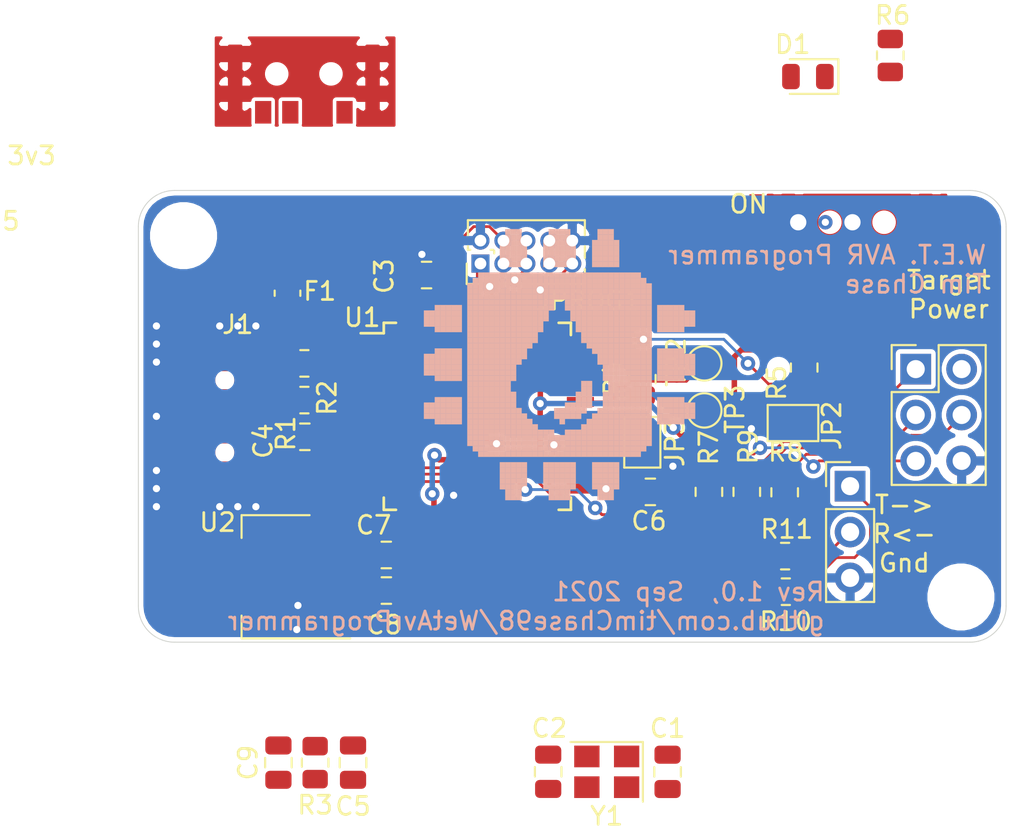
<source format=kicad_pcb>
(kicad_pcb (version 20171130) (host pcbnew "(5.1.10-1-10_14)")
  (layers (0 F.Cu signal) (31 B.Cu signal) (34 B.Paste user) (35 F.Paste user) (36 B.SilkS user hide) (37 F.SilkS user) (38 B.Mask user) (39 F.Mask user) (44 Edge.Cuts user))
  (net 0 "")
  (net 1 GND)
  (net 2 "Net-(C4-Pad1)")
  (net 3 VCC)
  (net 4 VBUS)
  (net 5 +3V3)
  (net 6 "Net-(D1-Pad1)")
  (net 7 "Net-(F1-Pad2)")
  (net 8 /DutRst)
  (net 9 "Net-(J2-Pad4)")
  (net 10 "Net-(J2-Pad3)")
  (net 11 /VProg)
  (net 12 "Net-(J2-Pad1)")
  (net 13 "Net-(JP2-Pad1)")
  (net 14 "Net-(JP3-Pad1)")
  (net 15 /MISO)
  (net 16 /SCK)
  (net 17 /RstP)
  (net 18 /MOSI)
  (net 19 "Net-(R4-Pad2)")
  (net 20 /DutClk)
  (net 21 "Net-(R6-Pad2)")
  (net 22 "Net-(TP2-Pad1)")
  (net 23 "Net-(J1-Pad4)")
  (net 24 "Net-(U1-Pad41)")
  (net 25 "Net-(U1-Pad40)")
  (net 26 "Net-(U1-Pad27)")
  (net 27 "Net-(U1-Pad26)")
  (net 28 "Net-(U1-Pad22)")
  (net 29 "Net-(U1-Pad19)")
  (net 30 "Net-(U1-Pad18)")
  (net 31 "Net-(U1-Pad12)")
  (net 32 "Net-(U1-Pad8)")
  (net 33 "Net-(R10-Pad2)")
  (net 34 /TXO)
  (net 35 "Net-(R11-Pad2)")
  (net 36 /RXI)
  (net 37 /Xtal1)
  (net 38 /Xtal2)
  (net 39 /TDI)
  (net 40 "Net-(JPROG1-Pad8)")
  (net 41 "Net-(JPROG1-Pad7)")
  (net 42 /TMS)
  (net 43 /TDO)
  (net 44 /TCK)
  (net 45 "Net-(SW2-Pad1)")
  (net 46 /D+)
  (net 47 /D-)
  (net 48 /UD+)
  (net 49 /UD-)
  (module Capacitor_SMD:C_0805_2012Metric (layer F.Cu) (at 7.747 6.6675 90)
    (fp_text reference C9 (at 0 -1.68 90) (layer F.SilkS))
    (fp_text value 100nF)
    (pad 1 smd roundrect (at -0.95 0 90) (size 1 1.45) (layers F.Cu F.Paste F.Mask) (net 1 GND))
    (pad 2 smd roundrect (at 0.95 0 90) (size 1 1.45) (layers F.Cu F.Paste F.Mask) (net 17 /RstP))
  )
  (module Capacitor_SMD:C_0805_2012Metric (layer F.Cu) (at 22.6695 7.173 270)
    (fp_text reference C2 (at -2.4105 -0.0635) (layer F.SilkS))
    (fp_text value 18pF)
    (pad 2 smd roundrect (at 0.95 0 270) (size 1 1.45) (layers F.Cu F.Paste F.Mask) (net 38 /Xtal2))
    (pad 1 smd roundrect (at -0.95 0 270) (size 1 1.45) (layers F.Cu F.Paste F.Mask) (net 1 GND))
  )
  (module Crystal:Crystal_SMD_3225-4Pin_3.2x2.5mm (layer F.Cu) (at 25.908 7.1755 180)
    (fp_text reference Y1 (at 0 -2.45) (layer F.SilkS))
    (fp_text value 16MHz)
    (pad 4 smd rect (at -1.1 -0.85 180) (size 1.4 1.2) (layers F.Cu F.Paste F.Mask) (net 1 GND))
    (pad 3 smd rect (at 1.1 -0.85 180) (size 1.4 1.2) (layers F.Cu F.Paste F.Mask) (net 38 /Xtal2))
    (pad 2 smd rect (at 1.1 0.85 180) (size 1.4 1.2) (layers F.Cu F.Paste F.Mask) (net 1 GND))
    (pad 1 smd rect (at -1.1 0.85 180) (size 1.4 1.2) (layers F.Cu F.Paste F.Mask) (net 37 /Xtal1))
  )
  (module Resistor_SMD:R_0805_2012Metric (layer F.Cu) (at 35.814 -2.794 180)
    (fp_text reference R10 (at 0 -1.65) (layer F.SilkS))
    (fp_text value 330)
    (pad 2 smd roundrect (at 0.9125 0 180) (size 1.025 1.4) (layers F.Cu F.Paste F.Mask) (roundrect_rratio 0.2439014634146341) (net 33 "Net-(R10-Pad2)"))
    (pad 1 smd roundrect (at -0.9125 0 180) (size 1.025 1.4) (layers F.Cu F.Paste F.Mask) (roundrect_rratio 0.2439014634146341) (net 34 /TXO))
  )
  (module Resistor_SMD:R_0805_2012Metric (layer F.Cu) (at 35.774 -4.7625 180)
    (fp_text reference R11 (at -0.0908 1.4859) (layer F.SilkS))
    (fp_text value 330)
    (pad 2 smd roundrect (at 0.9125 0 180) (size 1.025 1.4) (layers F.Cu F.Paste F.Mask) (roundrect_rratio 0.2439014634146341) (net 35 "Net-(R11-Pad2)"))
    (pad 1 smd roundrect (at -0.9125 0 180) (size 1.025 1.4) (layers F.Cu F.Paste F.Mask) (roundrect_rratio 0.2439014634146341) (net 36 /RXI))
  )
  (module Capacitor_SMD:C_0805_2012Metric (layer F.Cu) (at 11.8745 6.6675 90)
    (fp_text reference C5 (at -2.413 0 180) (layer F.SilkS))
    (fp_text value 100nF)
    (pad 2 smd roundrect (at 0.95 0 90) (size 1 1.45) (layers F.Cu F.Paste F.Mask) (net 3 VCC))
    (pad 1 smd roundrect (at -0.95 0 90) (size 1 1.45) (layers F.Cu F.Paste F.Mask) (net 1 GND))
  )
  (module Capacitor_SMD:C_0805_2012Metric (layer F.Cu) (at 29.2735 7.178 90)
    (fp_text reference C1 (at 2.4105 0) (layer F.SilkS))
    (fp_text value 18pF)
    (pad 2 smd roundrect (at 0.95 0 90) (size 1 1.45) (layers F.Cu F.Paste F.Mask) (net 37 /Xtal1))
    (pad 1 smd roundrect (at -0.95 0 90) (size 1 1.45) (layers F.Cu F.Paste F.Mask) (net 1 GND))
  )
  (module Package_TO_SOT_SMD:SOT-223-3_TabPin2 (layer F.Cu) (at 7.62 -3.6195 180)
    (fp_text reference U2 (at 3.2385 3.0105) (layer F.SilkS))
    (fp_text value TLV1117-33)
    (pad 1 smd rect (at -3.15 -2.3 180) (size 2 1.5) (layers F.Cu F.Paste F.Mask) (net 1 GND))
    (pad 3 smd rect (at -3.15 2.3 180) (size 2 1.5) (layers F.Cu F.Paste F.Mask) (net 4 VBUS))
    (pad 2 smd rect (at -3.15 0 180) (size 2 1.5) (layers F.Cu F.Paste F.Mask) (net 5 +3V3))
    (pad 2 smd rect (at 3.15 0 180) (size 2 3.8) (layers F.Cu F.Paste F.Mask) (net 5 +3V3))
  )
  (module tmc:388Switch (layer F.Cu) (at 9.154 -31.453)
    (fp_text reference SW1 hide)
    (fp_text value SW_SPDT)
    (pad 3 smd rect (at 2.25 2.125) (size 0.9 1.25) (layers F.Cu F.Paste F.Mask) (net 5 +3V3))
    (pad 2 smd rect (at -0.75 2.125) (size 0.9 1.25) (layers F.Cu F.Paste F.Mask) (net 3 VCC))
    (pad 1 smd rect (at -2.25 2.125) (size 0.9 1.25) (layers F.Cu F.Paste F.Mask) (net 4 VBUS))
    (pad 6 smd rect (at -3.8 -1.1) (size 0.8 0.9) (layers F.Cu F.Paste F.Mask) (net 1 GND))
    (pad 6 smd rect (at 3.8 -1.1) (size 0.8 0.9) (layers F.Cu F.Paste F.Mask) (net 1 GND))
    (pad 6 smd rect (at 3.8 1.1) (size 0.8 0.9) (layers F.Cu F.Paste F.Mask) (net 1 GND))
    (pad 6 smd rect (at -3.8 1.1) (size 0.8 0.9) (layers F.Cu F.Paste F.Mask) (net 1 GND))
    (pad "" np_thru_hole circle (at 1.5 0) (size 0.9 0.9) (drill 0.9) (layers *.Cu *.Mask))
    (pad "" np_thru_hole circle (at -1.5 0) (size 0.9 0.9) (drill 0.9) (layers *.Cu *.Mask))
  )
  (module LED_SMD:LED_0805_2012Metric (layer F.Cu) (at 37.0355 -31.3055 180)
    (fp_text reference D1 (at 0.8405 1.778) (layer F.SilkS))
    (fp_text value LED)
    (pad 2 smd roundrect (at 0.9375 0 180) (size 0.975 1.4) (layers F.Cu F.Paste F.Mask) (net 5 +3V3))
    (pad 1 smd roundrect (at -0.9375 0 180) (size 0.975 1.4) (layers F.Cu F.Paste F.Mask) (net 6 "Net-(D1-Pad1)"))
  )
  (module Capacitor_SMD:C_0805_2012Metric (layer F.Cu) (at 13.7185 -2.8575)
    (fp_text reference C8 (at -0.1295 1.905 180) (layer F.SilkS))
    (fp_text value 10uF)
    (pad 2 smd roundrect (at 0.95 0) (size 1 1.45) (layers F.Cu F.Paste F.Mask) (net 1 GND))
    (pad 1 smd roundrect (at -0.95 0) (size 1 1.45) (layers F.Cu F.Paste F.Mask) (net 5 +3V3))
  )
  (module Capacitor_SMD:C_0805_2012Metric (layer F.Cu) (at 13.7135 -4.826)
    (fp_text reference C7 (at -0.696 -1.651 180) (layer F.SilkS))
    (fp_text value 10uF)
    (pad 2 smd roundrect (at 0.95 0) (size 1 1.45) (layers F.Cu F.Paste F.Mask) (net 1 GND))
    (pad 1 smd roundrect (at -0.95 0) (size 1 1.45) (layers F.Cu F.Paste F.Mask) (net 4 VBUS))
  )
  (module Capacitor_SMD:C_0805_2012Metric (layer F.Cu) (at 15.941 -20.32)
    (fp_text reference C3 (at -2.347 0.0635 -270) (layer F.SilkS))
    (fp_text value 100nF)
    (pad 2 smd roundrect (at 0.95 0) (size 1 1.45) (layers F.Cu F.Paste F.Mask) (net 3 VCC))
    (pad 1 smd roundrect (at -0.95 0) (size 1 1.45) (layers F.Cu F.Paste F.Mask) (net 1 GND))
  )
  (module 388:usbMicro (layer F.Cu) (at 5.5 -12.5 270)
    (fp_text reference J1 (at -5.08 0 180) (layer F.SilkS))
    (fp_text value USB_B_Micro)
    (pad 3 smd rect (at 0 0) (size 1.8 0.4) (layers F.Cu F.Paste F.Mask) (net 46 /D+))
    (pad 2 smd rect (at -0.65 0) (size 1.8 0.4) (layers F.Cu F.Paste F.Mask) (net 47 /D-))
    (pad 1 smd rect (at -1.3 0) (size 1.8 0.4) (layers F.Cu F.Paste F.Mask) (net 7 "Net-(F1-Pad2)"))
    (pad 4 smd rect (at 0.65 0) (size 1.8 0.4) (layers F.Cu F.Paste F.Mask) (net 23 "Net-(J1-Pad4)"))
    (pad 5 smd rect (at 1.3 0) (size 1.8 0.4) (layers F.Cu F.Paste F.Mask) (net 1 GND))
    (pad "" np_thru_hole circle (at -2 0.72) (size 0.55 0.55) (drill 0.55) (layers *.Cu *.Mask))
    (pad "" np_thru_hole circle (at 2 0.72) (size 0.55 0.55) (drill 0.55) (layers *.Cu *.Mask))
    (pad 6 smd rect (at 3.25 0.1905 90) (size 1.5 1.4) (layers F.Cu F.Paste F.Mask) (net 1 GND))
    (pad 6 smd rect (at -3.25 0.1905 90) (size 1.5 1.4) (layers F.Cu F.Paste F.Mask) (net 1 GND))
    (pad 6 smd rect (at 4.075 2.87 90) (size 1.35 1.5) (layers F.Cu F.Paste F.Mask) (net 1 GND))
    (pad 6 smd rect (at -4.075 2.87 90) (size 1.35 1.5) (layers F.Cu F.Paste F.Mask) (net 1 GND))
    (pad 6 smd rect (at -1.5 4.0405) (size 1.1 1) (layers F.Cu F.Paste F.Mask) (net 1 GND))
    (pad 6 smd rect (at 1.5 4.0405) (size 1.1 1) (layers F.Cu F.Paste F.Mask) (net 1 GND))
  )
  (module Connector_PinHeader_2.54mm:PinHeader_1x03_P2.54mm_Vertical (layer F.Cu) (at 39.37 -8.636)
    (fp_text reference J3 hide)
    (fp_text value Conn_01x03_Male)
    (pad 3 thru_hole oval (at 0 5.08) (size 1.7 1.7) (drill 1) (layers *.Cu *.Mask) (net 1 GND))
    (pad 2 thru_hole oval (at 0 2.54) (size 1.7 1.7) (drill 1) (layers *.Cu *.Mask) (net 36 /RXI))
    (pad 1 thru_hole rect (at 0 0) (size 1.7 1.7) (drill 1) (layers *.Cu *.Mask) (net 34 /TXO))
  )
  (module tmc:388Switch (layer F.Cu) (at 38 -23.241)
    (fp_text reference SW2 hide)
    (fp_text value SW_SPDT)
    (pad 3 smd rect (at 2.25 2.125) (size 0.9 1.25) (layers F.Cu F.Paste F.Mask) (net 11 /VProg))
    (pad 2 smd rect (at -0.75 2.125) (size 0.9 1.25) (layers F.Cu F.Paste F.Mask) (net 3 VCC))
    (pad 1 smd rect (at -2.25 2.125) (size 0.9 1.25) (layers F.Cu F.Paste F.Mask) (net 45 "Net-(SW2-Pad1)"))
    (pad 6 smd rect (at -3.8 -1.1) (size 0.8 0.9) (layers F.Cu F.Paste F.Mask) (net 1 GND))
    (pad 6 smd rect (at 3.8 -1.1) (size 0.8 0.9) (layers F.Cu F.Paste F.Mask) (net 1 GND))
    (pad 6 smd rect (at 3.8 1.1) (size 0.8 0.9) (layers F.Cu F.Paste F.Mask) (net 1 GND))
    (pad 6 smd rect (at -3.8 1.1) (size 0.8 0.9) (layers F.Cu F.Paste F.Mask) (net 1 GND))
    (pad "" np_thru_hole circle (at 1.5 0) (size 0.9 0.9) (drill 0.9) (layers *.Cu *.Mask))
    (pad "" np_thru_hole circle (at -1.5 0) (size 0.9 0.9) (drill 0.9) (layers *.Cu *.Mask))
  )
  (module MountingHole:MountingHole_3.2mm_M3 (layer F.Cu) (at 2.5 -22.5)
    (fp_text reference H2 hide)
    (fp_text value MountingHole)
    (pad 1 np_thru_hole circle (at 0 0) (size 3.2 3.2) (drill 3.2) (layers *.Cu *.Mask))
  )
  (module MountingHole:MountingHole_3.2mm_M3 (layer F.Cu) (at 45.5 -2.5)
    (fp_text reference H1 hide)
    (fp_text value MountingHole)
    (pad 1 np_thru_hole circle (at 0 0) (size 3.2 3.2) (drill 3.2) (layers *.Cu *.Mask))
  )
  (module Fiducial:Fiducial_1mm_Mask2mm (layer F.Cu) (at 46 -23)
    (fp_text reference FID2 hide)
    (fp_text value Fiducial)
    (pad "" smd circle (at 0 0) (size 1 1) (layers F.Cu F.Mask) (clearance 0.5))
  )
  (module Fiducial:Fiducial_1mm_Mask2mm (layer F.Cu) (at 2 -2)
    (fp_text reference FID1 hide)
    (fp_text value Fiducial)
    (pad "" smd circle (at 0 0) (size 1 1) (layers F.Cu F.Mask) (clearance 0.5))
  )
  (module tmc:wetLogo (layer B.Cu) (at 30.7975 -22.86 180)
    (fp_text reference wet hide)
    (fp_text value Val** hide)
  )
  (module Fuse:Fuse_0805_2012Metric_Castellated (layer F.Cu) (at 8.25 -19.314 270)
    (fp_text reference F1 (at -0.109 -1.783 180) (layer F.SilkS))
    (fp_text value 500mA)
    (pad 2 smd roundrect (at 0.9625 0 270) (size 1.325 1.3) (layers F.Cu F.Paste F.Mask) (roundrect_rratio 0.1923069230769231) (net 7 "Net-(F1-Pad2)"))
    (pad 1 smd roundrect (at -0.9625 0 270) (size 1.325 1.3) (layers F.Cu F.Paste F.Mask) (roundrect_rratio 0.1923069230769231) (net 4 VBUS))
  )
  (module Package_QFP:TQFP-44_10x10mm_P0.8mm (layer F.Cu) (at 18.75 -12.5)
    (fp_text reference U1 (at -6.3675 -5.4705) (layer F.SilkS))
    (fp_text value ATmega32U4-AU)
    (pad 1 smd rect (at -5.7 -4) (size 1.5 0.55) (layers F.Cu F.Paste F.Mask) (net 8 /DutRst))
    (pad 2 smd rect (at -5.7 -3.2) (size 1.5 0.55) (layers F.Cu F.Paste F.Mask) (net 4 VBUS))
    (pad 3 smd rect (at -5.7 -2.4) (size 1.5 0.55) (layers F.Cu F.Paste F.Mask) (net 49 /UD-))
    (pad 4 smd rect (at -5.7 -1.6) (size 1.5 0.55) (layers F.Cu F.Paste F.Mask) (net 48 /UD+))
    (pad 5 smd rect (at -5.7 -0.8) (size 1.5 0.55) (layers F.Cu F.Paste F.Mask) (net 1 GND))
    (pad 6 smd rect (at -5.7 0) (size 1.5 0.55) (layers F.Cu F.Paste F.Mask) (net 2 "Net-(C4-Pad1)"))
    (pad 7 smd rect (at -5.7 0.8) (size 1.5 0.55) (layers F.Cu F.Paste F.Mask) (net 4 VBUS))
    (pad 8 smd rect (at -5.7 1.6) (size 1.5 0.55) (layers F.Cu F.Paste F.Mask) (net 32 "Net-(U1-Pad8)"))
    (pad 9 smd rect (at -5.7 2.4) (size 1.5 0.55) (layers F.Cu F.Paste F.Mask) (net 16 /SCK))
    (pad 10 smd rect (at -5.7 3.2) (size 1.5 0.55) (layers F.Cu F.Paste F.Mask) (net 18 /MOSI))
    (pad 11 smd rect (at -5.7 4) (size 1.5 0.55) (layers F.Cu F.Paste F.Mask) (net 15 /MISO))
    (pad 12 smd rect (at -4 5.7 90) (size 1.5 0.55) (layers F.Cu F.Paste F.Mask) (net 31 "Net-(U1-Pad12)"))
    (pad 13 smd rect (at -3.2 5.7 90) (size 1.5 0.55) (layers F.Cu F.Paste F.Mask) (net 17 /RstP))
    (pad 14 smd rect (at -2.4 5.7 90) (size 1.5 0.55) (layers F.Cu F.Paste F.Mask) (net 3 VCC))
    (pad 15 smd rect (at -1.6 5.7 90) (size 1.5 0.55) (layers F.Cu F.Paste F.Mask) (net 1 GND))
    (pad 16 smd rect (at -0.8 5.7 90) (size 1.5 0.55) (layers F.Cu F.Paste F.Mask) (net 38 /Xtal2))
    (pad 17 smd rect (at 0 5.7 90) (size 1.5 0.55) (layers F.Cu F.Paste F.Mask) (net 37 /Xtal1))
    (pad 18 smd rect (at 0.8 5.7 90) (size 1.5 0.55) (layers F.Cu F.Paste F.Mask) (net 30 "Net-(U1-Pad18)"))
    (pad 19 smd rect (at 1.6 5.7 90) (size 1.5 0.55) (layers F.Cu F.Paste F.Mask) (net 29 "Net-(U1-Pad19)"))
    (pad 20 smd rect (at 2.4 5.7 90) (size 1.5 0.55) (layers F.Cu F.Paste F.Mask) (net 33 "Net-(R10-Pad2)"))
    (pad 21 smd rect (at 3.2 5.7 90) (size 1.5 0.55) (layers F.Cu F.Paste F.Mask) (net 35 "Net-(R11-Pad2)"))
    (pad 22 smd rect (at 4 5.7 90) (size 1.5 0.55) (layers F.Cu F.Paste F.Mask) (net 28 "Net-(U1-Pad22)"))
    (pad 23 smd rect (at 5.7 4) (size 1.5 0.55) (layers F.Cu F.Paste F.Mask) (net 1 GND))
    (pad 24 smd rect (at 5.7 3.2) (size 1.5 0.55) (layers F.Cu F.Paste F.Mask) (net 3 VCC))
    (pad 25 smd rect (at 5.7 2.4) (size 1.5 0.55) (layers F.Cu F.Paste F.Mask) (net 8 /DutRst))
    (pad 26 smd rect (at 5.7 1.6) (size 1.5 0.55) (layers F.Cu F.Paste F.Mask) (net 27 "Net-(U1-Pad26)"))
    (pad 27 smd rect (at 5.7 0.8) (size 1.5 0.55) (layers F.Cu F.Paste F.Mask) (net 26 "Net-(U1-Pad27)"))
    (pad 28 smd rect (at 5.7 0) (size 1.5 0.55) (layers F.Cu F.Paste F.Mask) (net 14 "Net-(JP3-Pad1)"))
    (pad 29 smd rect (at 5.7 -0.8) (size 1.5 0.55) (layers F.Cu F.Paste F.Mask) (net 20 /DutClk))
    (pad 30 smd rect (at 5.7 -1.6) (size 1.5 0.55) (layers F.Cu F.Paste F.Mask) (net 22 "Net-(TP2-Pad1)"))
    (pad 31 smd rect (at 5.7 -2.4) (size 1.5 0.55) (layers F.Cu F.Paste F.Mask) (net 21 "Net-(R6-Pad2)"))
    (pad 32 smd rect (at 5.7 -3.2) (size 1.5 0.55) (layers F.Cu F.Paste F.Mask) (net 19 "Net-(R4-Pad2)"))
    (pad 33 smd rect (at 5.7 -4) (size 1.5 0.55) (layers F.Cu F.Paste F.Mask) (net 13 "Net-(JP2-Pad1)"))
    (pad 34 smd rect (at 4 -5.7 90) (size 1.5 0.55) (layers F.Cu F.Paste F.Mask) (net 3 VCC))
    (pad 35 smd rect (at 3.2 -5.7 90) (size 1.5 0.55) (layers F.Cu F.Paste F.Mask) (net 1 GND))
    (pad 36 smd rect (at 2.4 -5.7 90) (size 1.5 0.55) (layers F.Cu F.Paste F.Mask) (net 39 /TDI))
    (pad 37 smd rect (at 1.6 -5.7 90) (size 1.5 0.55) (layers F.Cu F.Paste F.Mask) (net 43 /TDO))
    (pad 38 smd rect (at 0.8 -5.7 90) (size 1.5 0.55) (layers F.Cu F.Paste F.Mask) (net 42 /TMS))
    (pad 39 smd rect (at 0 -5.7 90) (size 1.5 0.55) (layers F.Cu F.Paste F.Mask) (net 44 /TCK))
    (pad 40 smd rect (at -0.8 -5.7 90) (size 1.5 0.55) (layers F.Cu F.Paste F.Mask) (net 25 "Net-(U1-Pad40)"))
    (pad 41 smd rect (at -1.6 -5.7 90) (size 1.5 0.55) (layers F.Cu F.Paste F.Mask) (net 24 "Net-(U1-Pad41)"))
    (pad 42 smd rect (at -2.4 -5.7 90) (size 1.5 0.55) (layers F.Cu F.Paste F.Mask) (net 3 VCC))
    (pad 43 smd rect (at -3.2 -5.7 90) (size 1.5 0.55) (layers F.Cu F.Paste F.Mask) (net 1 GND))
    (pad 44 smd rect (at -4 -5.7 90) (size 1.5 0.55) (layers F.Cu F.Paste F.Mask) (net 3 VCC))
  )
  (module TestPoint:TestPoint_Pad_D1.5mm (layer F.Cu) (at 31.3055 -12.827)
    (fp_text reference TP3 (at 1.6945 -0.0635 90) (layer F.SilkS))
    (fp_text value TestPoint)
    (pad 1 smd circle (at 0 0) (size 1.5 1.5) (layers F.Cu F.Mask) (net 20 /DutClk))
  )
  (module TestPoint:TestPoint_Pad_D1.5mm (layer F.Cu) (at 31.3055 -15.4305)
    (fp_text reference TP2 (at -1.5555 -0.0695 270) (layer F.SilkS))
    (fp_text value TestPoint)
    (pad 1 smd circle (at 0 0) (size 1.5 1.5) (layers F.Cu F.Mask) (net 22 "Net-(TP2-Pad1)"))
  )
  (module Resistor_SMD:R_0805_2012Metric (layer F.Cu) (at 33.655 -8.3185 270)
    (fp_text reference R9 (at -2.5019 -0.0762 90) (layer F.SilkS))
    (fp_text value 330)
    (pad 2 smd roundrect (at 0.9125 0 270) (size 1.025 1.4) (layers F.Cu F.Paste F.Mask) (roundrect_rratio 0.2439004878048781) (net 16 /SCK))
    (pad 1 smd roundrect (at -0.9125 0 270) (size 1.025 1.4) (layers F.Cu F.Paste F.Mask) (roundrect_rratio 0.2439004878048781) (net 10 "Net-(J2-Pad3)"))
  )
  (module Resistor_SMD:R_0805_2012Metric (layer F.Cu) (at 35.7505 -8.295 270)
    (fp_text reference R8 (at -2.2206 -0.0635 180) (layer F.SilkS))
    (fp_text value 330)
    (pad 2 smd roundrect (at 0.9125 0 270) (size 1.025 1.4) (layers F.Cu F.Paste F.Mask) (roundrect_rratio 0.2439004878048781) (net 18 /MOSI))
    (pad 1 smd roundrect (at -0.9125 0 270) (size 1.025 1.4) (layers F.Cu F.Paste F.Mask) (roundrect_rratio 0.2439004878048781) (net 9 "Net-(J2-Pad4)"))
  )
  (module Resistor_SMD:R_0805_2012Metric (layer F.Cu) (at 31.5595 -8.3185 270)
    (fp_text reference R7 (at -2.4511 0.0127 90) (layer F.SilkS))
    (fp_text value 330)
    (pad 2 smd roundrect (at 0.9125 0 270) (size 1.025 1.4) (layers F.Cu F.Paste F.Mask) (roundrect_rratio 0.2439004878048781) (net 15 /MISO))
    (pad 1 smd roundrect (at -0.9125 0 270) (size 1.025 1.4) (layers F.Cu F.Paste F.Mask) (roundrect_rratio 0.2439004878048781) (net 12 "Net-(J2-Pad1)"))
  )
  (module Resistor_SMD:R_0805_2012Metric (layer F.Cu) (at 41.5925 -32.472 270)
    (fp_text reference R6 (at -2.2225 -0.127 180) (layer F.SilkS))
    (fp_text value 330)
    (pad 2 smd roundrect (at 0.9125 0 270) (size 1.025 1.4) (layers F.Cu F.Paste F.Mask) (roundrect_rratio 0.2439004878048781) (net 21 "Net-(R6-Pad2)"))
    (pad 1 smd roundrect (at -0.9125 0 270) (size 1.025 1.4) (layers F.Cu F.Paste F.Mask) (roundrect_rratio 0.2439004878048781) (net 6 "Net-(D1-Pad1)"))
  )
  (module Resistor_SMD:R_0805_2012Metric (layer F.Cu) (at 36.83 -15.2 270)
    (fp_text reference R5 (at 0.849 1.524 270) (layer F.SilkS))
    (fp_text value 4k7)
    (pad 2 smd roundrect (at 0.9125 0 270) (size 1.025 1.4) (layers F.Cu F.Paste F.Mask) (roundrect_rratio 0.2439004878048781) (net 13 "Net-(JP2-Pad1)"))
    (pad 1 smd roundrect (at -0.9125 0 270) (size 1.025 1.4) (layers F.Cu F.Paste F.Mask) (roundrect_rratio 0.2439004878048781) (net 3 VCC))
  )
  (module Resistor_SMD:R_0805_2012Metric (layer F.Cu) (at 27.8765 -14.565 90)
    (fp_text reference R4 (at 0.04 -1.5875 270) (layer F.SilkS))
    (fp_text value 330)
    (pad 2 smd roundrect (at 0.9125 0 90) (size 1.025 1.4) (layers F.Cu F.Paste F.Mask) (roundrect_rratio 0.2439004878048781) (net 19 "Net-(R4-Pad2)"))
    (pad 1 smd roundrect (at -0.9125 0 90) (size 1.025 1.4) (layers F.Cu F.Paste F.Mask) (roundrect_rratio 0.2439004878048781) (net 20 /DutClk))
  )
  (module Resistor_SMD:R_0805_2012Metric (layer F.Cu) (at 9.779 6.6675 90)
    (fp_text reference R3 (at -2.3495 0 180) (layer F.SilkS))
    (fp_text value 4k7)
    (pad 2 smd roundrect (at 0.9125 0 90) (size 1.025 1.4) (layers F.Cu F.Paste F.Mask) (roundrect_rratio 0.2439004878048781) (net 17 /RstP))
    (pad 1 smd roundrect (at -0.9125 0 90) (size 1.025 1.4) (layers F.Cu F.Paste F.Mask) (roundrect_rratio 0.2439004878048781) (net 3 VCC))
  )
  (module Resistor_SMD:R_0805_2012Metric (layer F.Cu) (at 9.184 -15.4305 180)
    (fp_text reference R2 (at -1.2555 -1.91 90) (layer F.SilkS))
    (fp_text value 22)
    (pad 2 smd roundrect (at 0.9125 0 180) (size 1.025 1.4) (layers F.Cu F.Paste F.Mask) (roundrect_rratio 0.2439004878048781) (net 47 /D-))
    (pad 1 smd roundrect (at -0.9125 0 180) (size 1.025 1.4) (layers F.Cu F.Paste F.Mask) (roundrect_rratio 0.2439004878048781) (net 49 /UD-))
  )
  (module Resistor_SMD:R_0805_2012Metric (layer F.Cu) (at 9.184 -13.3985 180)
    (fp_text reference R1 (at 1.027 -1.8465 270) (layer F.SilkS))
    (fp_text value 22)
    (pad 2 smd roundrect (at 0.9125 0 180) (size 1.025 1.4) (layers F.Cu F.Paste F.Mask) (roundrect_rratio 0.2439004878048781) (net 46 /D+))
    (pad 1 smd roundrect (at -0.9125 0 180) (size 1.025 1.4) (layers F.Cu F.Paste F.Mask) (roundrect_rratio 0.2439004878048781) (net 48 /UD+))
  )
  (module Connector_PinHeader_1.27mm:PinHeader_2x05_P1.27mm_Vertical (layer F.Cu) (at 18.923 -20.955 90)
    (fp_text reference JPROG1 (at -2.063 5.9695) (layer F.SilkS))
    (fp_text value AVR-ISP-10)
    (pad 1 thru_hole rect (at 0 0 90) (size 1 1) (drill 0.65) (layers *.Cu *.Mask) (net 44 /TCK))
    (pad 2 thru_hole oval (at 1.27 0 90) (size 1 1) (drill 0.65) (layers *.Cu *.Mask) (net 1 GND))
    (pad 3 thru_hole oval (at 0 1.27 90) (size 1 1) (drill 0.65) (layers *.Cu *.Mask) (net 43 /TDO))
    (pad 4 thru_hole oval (at 1.27 1.27 90) (size 1 1) (drill 0.65) (layers *.Cu *.Mask) (net 3 VCC))
    (pad 5 thru_hole oval (at 0 2.54 90) (size 1 1) (drill 0.65) (layers *.Cu *.Mask) (net 42 /TMS))
    (pad 6 thru_hole oval (at 1.27 2.54 90) (size 1 1) (drill 0.65) (layers *.Cu *.Mask) (net 17 /RstP))
    (pad 7 thru_hole oval (at 0 3.81 90) (size 1 1) (drill 0.65) (layers *.Cu *.Mask) (net 41 "Net-(JPROG1-Pad7)"))
    (pad 8 thru_hole oval (at 1.27 3.81 90) (size 1 1) (drill 0.65) (layers *.Cu *.Mask) (net 40 "Net-(JPROG1-Pad8)"))
    (pad 9 thru_hole oval (at 0 5.08 90) (size 1 1) (drill 0.65) (layers *.Cu *.Mask) (net 39 /TDI))
    (pad 10 thru_hole oval (at 1.27 5.08 90) (size 1 1) (drill 0.65) (layers *.Cu *.Mask) (net 1 GND))
  )
  (module Jumper:SolderJumper-2_P1.3mm_Open_Pad1.0x1.5mm (layer F.Cu) (at 27.8765 -11.064 270)
    (fp_text reference JP3 (at 0 -1.8 90) (layer F.SilkS))
    (fp_text value SolderJumper_2_Open)
    (pad 1 smd rect (at -0.65 0 270) (size 1 1.5) (layers F.Cu F.Mask) (net 14 "Net-(JP3-Pad1)"))
    (pad 2 smd rect (at 0.65 0 270) (size 1 1.5) (layers F.Cu F.Mask) (net 8 /DutRst))
  )
  (module Jumper:SolderJumper-2_P1.3mm_Open_Pad1.0x1.5mm (layer F.Cu) (at 36.21 -12.1285 180)
    (fp_text reference JP2 (at -2.144 -0.1397 90) (layer F.SilkS))
    (fp_text value SolderJumper_2_Open)
    (pad 1 smd rect (at -0.65 0 180) (size 1 1.5) (layers F.Cu F.Mask) (net 13 "Net-(JP2-Pad1)"))
    (pad 2 smd rect (at 0.65 0 180) (size 1 1.5) (layers F.Cu F.Mask) (net 1 GND))
  )
  (module Connector_PinHeader_2.54mm:PinHeader_2x03_P2.54mm_Vertical (layer F.Cu) (at 43 -15.113)
    (fp_text reference J2 hide)
    (fp_text value AVR-ISP-6)
    (pad 6 thru_hole oval (at 2.54 5.08) (size 1.7 1.7) (drill 1) (layers *.Cu *.Mask) (net 1 GND))
    (pad 5 thru_hole oval (at 0 5.08) (size 1.7 1.7) (drill 1) (layers *.Cu *.Mask) (net 8 /DutRst))
    (pad 4 thru_hole oval (at 2.54 2.54) (size 1.7 1.7) (drill 1) (layers *.Cu *.Mask) (net 9 "Net-(J2-Pad4)"))
    (pad 3 thru_hole oval (at 0 2.54) (size 1.7 1.7) (drill 1) (layers *.Cu *.Mask) (net 10 "Net-(J2-Pad3)"))
    (pad 2 thru_hole oval (at 2.54 0) (size 1.7 1.7) (drill 1) (layers *.Cu *.Mask) (net 11 /VProg))
    (pad 1 thru_hole rect (at 0 0) (size 1.7 1.7) (drill 1) (layers *.Cu *.Mask) (net 12 "Net-(J2-Pad1)"))
  )
  (module Capacitor_SMD:C_0805_2012Metric (layer F.Cu) (at 28.321 -8.3185 180)
    (fp_text reference C6 (at 0.0762 -1.6129) (layer F.SilkS))
    (fp_text value 100nF)
    (pad 2 smd roundrect (at 0.95 0 180) (size 1 1.45) (layers F.Cu F.Paste F.Mask) (net 3 VCC))
    (pad 1 smd roundrect (at -0.95 0 180) (size 1 1.45) (layers F.Cu F.Paste F.Mask) (net 1 GND))
  )
  (module Capacitor_SMD:C_0805_2012Metric (layer F.Cu) (at 9.21 -11.3665 180)
    (fp_text reference C4 (at 2.306 -0.2355 90) (layer F.SilkS))
    (fp_text value 1uF)
    (pad 2 smd roundrect (at 0.95 0 180) (size 1 1.45) (layers F.Cu F.Paste F.Mask) (net 1 GND))
    (pad 1 smd roundrect (at -0.95 0 180) (size 1 1.45) (layers F.Cu F.Paste F.Mask) (net 2 "Net-(C4-Pad1)"))
  )
  (gr_text ON (at 33.75 -24.25) (layer F.SilkS) (effects (font (size 1 1) (thickness 0.1524))))
  (gr_text 3v3 (at -5.9055 -26.924) (layer F.SilkS) (effects (font (size 1 1) (thickness 0.1524))))
  (gr_text 5 (at -7.0485 -23.3045) (layer F.SilkS) (effects (font (size 1 1) (thickness 0.1524))))
  (gr_text "W.E.T. AVR Programmer\nTim Chase\n" (at 46.99 -20.6248) (layer B.SilkS) (effects (font (size 1 1) (thickness 0.1524)) (justify left mirror)))
  (gr_text "T->\nR<-\nGnd" (at 42.3672 -5.9944) (layer F.SilkS) (effects (font (size 1 1))))
  (gr_text "Rev 1.0,  Sep 2021\ngithub.com/timChase98/WetAvrProgrammer\n" (at 38.0492 -1.9812) (layer B.SilkS) (effects (font (size 1 1) (thickness 0.1524)) (justify left mirror)))
  (gr_text "Target\nPower\n" (at 44.831 -19.2405) (layer F.SilkS) (effects (font (size 1 1) (thickness 0.1524))))
  (gr_line (start 48 -2) (end 48 -23) (layer Edge.Cuts) (width 0.05))
  (gr_arc (start 2 -2) (end 0 -2) (angle -90) (layer Edge.Cuts) (width 0.05))
  (gr_arc (start 2 -23) (end 2 -25) (angle -90) (layer Edge.Cuts) (width 0.05))
  (gr_arc (start 46 -23) (end 48 -23) (angle -90) (layer Edge.Cuts) (width 0.05))
  (gr_arc (start 46 -2) (end 46 0) (angle -90) (layer Edge.Cuts) (width 0.05))
  (gr_line (start 0 -23) (end 0 -2) (layer Edge.Cuts) (width 0.05))
  (gr_line (start 46 -25) (end 2 -25) (layer Edge.Cuts) (width 0.05))
  (gr_line (start 2 0) (end 46 0) (layer Edge.Cuts) (width 0.05))
  (via (at 1 -12.5) (size 0.8) (drill 0.4) (layers F.Cu B.Cu) (net 1))
  (via (at 1 -8.5) (size 0.8) (drill 0.4) (layers F.Cu B.Cu) (net 1))
  (via (at 1 -16.5) (size 0.8) (drill 0.4) (layers F.Cu B.Cu) (net 1))
  (via (at 1 -17.5) (size 0.8) (drill 0.4) (layers F.Cu B.Cu) (net 1))
  (via (at 1 -15.5) (size 0.8) (drill 0.4) (layers F.Cu B.Cu) (net 1))
  (via (at 1 -9.5) (size 0.8) (drill 0.4) (layers F.Cu B.Cu) (net 1))
  (via (at 1 -7.5) (size 0.8) (drill 0.4) (layers F.Cu B.Cu) (net 1))
  (via (at 6.5 -7.5) (size 0.8) (drill 0.4) (layers F.Cu B.Cu) (net 1))
  (via (at 5.5 -7.5) (size 0.8) (drill 0.4) (layers F.Cu B.Cu) (net 1))
  (via (at 4.5 -7.5) (size 0.8) (drill 0.4) (layers F.Cu B.Cu) (net 1))
  (segment (start 25.855242 -8.5) (end 25.865835 -8.489407) (width 0.3048) (layer F.Cu) (net 1))
  (via (at 25.865835 -8.489407) (size 0.8) (drill 0.4) (layers F.Cu B.Cu) (net 1))
  (segment (start 24.45 -8.5) (end 25.855242 -8.5) (width 0.3048) (layer F.Cu) (net 1))
  (via (at 29.567062 -9.73779) (size 0.8) (drill 0.4) (layers F.Cu B.Cu) (net 1))
  (segment (start 29.271 -8.3185) (end 29.271 -9.441728) (width 0.1524) (layer F.Cu) (net 1))
  (segment (start 29.271 -9.441728) (end 29.567062 -9.73779) (width 0.1524) (layer F.Cu) (net 1))
  (via (at 33.909562 -11.817461) (size 0.8) (drill 0.4) (layers F.Cu B.Cu) (net 1))
  (segment (start 34.220601 -12.1285) (end 33.909562 -11.817461) (width 0.1524) (layer F.Cu) (net 1))
  (segment (start 35.56 -12.1285) (end 34.220601 -12.1285) (width 0.1524) (layer F.Cu) (net 1))
  (via (at 38 -23.241) (size 0.8) (drill 0.4) (layers F.Cu B.Cu) (net 0))
  (segment (start 17.15 -6.8) (end 17.15 -7.839395) (width 0.3048) (layer F.Cu) (net 1))
  (segment (start 17.15 -7.839395) (end 17.438386 -8.127781) (width 0.3048) (layer F.Cu) (net 1))
  (via (at 17.438386 -8.127781) (size 0.8) (drill 0.4) (layers F.Cu B.Cu) (net 1))
  (via (at 4.5 -17.5) (size 0.8) (drill 0.4) (layers F.Cu B.Cu) (net 1))
  (via (at 5.5 -17.5) (size 0.8) (drill 0.4) (layers F.Cu B.Cu) (net 1))
  (via (at 6.5 -17.5) (size 0.8) (drill 0.4) (layers F.Cu B.Cu) (net 1))
  (segment (start 21.95 -18.2) (end 21.95 -19.217546) (width 0.1524) (layer F.Cu) (net 1))
  (via (at 22.230282 -19.497828) (size 0.8) (drill 0.4) (layers F.Cu B.Cu) (net 1))
  (segment (start 21.95 -19.217546) (end 22.230282 -19.497828) (width 0.1524) (layer F.Cu) (net 1))
  (segment (start 15.55 -18.2) (end 15.55 -19.502) (width 0.1524) (layer F.Cu) (net 1))
  (segment (start 15.55 -19.502) (end 14.986 -20.066) (width 0.1524) (layer F.Cu) (net 1))
  (segment (start 14.986 -20.066) (end 14.986 -20.32) (width 0.1524) (layer F.Cu) (net 1))
  (via (at 15.6845 -21.463) (size 0.8) (drill 0.4) (layers F.Cu B.Cu) (net 1))
  (segment (start 15.6845 -21.209) (end 15.6845 -21.463) (width 0.1524) (layer F.Cu) (net 1))
  (segment (start 14.991 -20.5155) (end 15.6845 -21.209) (width 0.1524) (layer F.Cu) (net 1))
  (segment (start 14.991 -20.32) (end 14.991 -20.5155) (width 0.1524) (layer F.Cu) (net 1))
  (via (at 8.8265 -2.032) (size 0.8) (drill 0.4) (layers F.Cu B.Cu) (net 1))
  (segment (start 9.539 -1.3195) (end 8.8265 -2.032) (width 0.3048) (layer F.Cu) (net 1))
  (segment (start 10.77 -1.3195) (end 9.539 -1.3195) (width 0.3048) (layer F.Cu) (net 1))
  (via (at 8.763 -0.698498) (size 0.8) (drill 0.4) (layers F.Cu B.Cu) (net 1))
  (segment (start 9.539 -1.3195) (end 8.917998 -0.698498) (width 0.3048) (layer F.Cu) (net 1))
  (segment (start 8.917998 -0.698498) (end 8.763 -0.698498) (width 0.3048) (layer F.Cu) (net 1))
  (segment (start 14.6635 -4.826) (end 14.6635 -2.8625) (width 0.3048) (layer F.Cu) (net 1))
  (segment (start 14.6635 -2.8625) (end 14.6685 -2.8575) (width 0.3048) (layer F.Cu) (net 1))
  (segment (start 14.6685 -2.8575) (end 13.1445 -1.3335) (width 0.3048) (layer F.Cu) (net 1))
  (segment (start 13.1445 -1.3335) (end 10.7315 -1.3335) (width 0.3048) (layer F.Cu) (net 1))
  (segment (start 23.524446 -9.271) (end 23.619678 -9.271) (width 0.3048) (layer F.Cu) (net 3))
  (segment (start 23.524446 -9.271) (end 24.4475 -9.271) (width 0.3048) (layer F.Cu) (net 3))
  (segment (start 26.355 -9.3345) (end 27.371 -8.3185) (width 0.3048) (layer F.Cu) (net 3))
  (segment (start 24.4475 -9.3345) (end 26.355 -9.3345) (width 0.3048) (layer F.Cu) (net 3))
  (segment (start 31.584555 -11.474501) (end 32.966099 -12.856045) (width 0.3048) (layer F.Cu) (net 3))
  (segment (start 29.591 -11.8745) (end 29.990999 -11.474501) (width 0.3048) (layer F.Cu) (net 3))
  (segment (start 32.966099 -12.856045) (end 32.966099 -15.791653) (width 0.3048) (layer F.Cu) (net 3))
  (segment (start 32.966099 -15.791653) (end 33.357347 -16.182901) (width 0.3048) (layer F.Cu) (net 3))
  (segment (start 29.990999 -11.474501) (end 31.584555 -11.474501) (width 0.3048) (layer F.Cu) (net 3))
  (via (at 29.591 -11.8745) (size 0.8) (drill 0.4) (layers F.Cu B.Cu) (net 3))
  (segment (start 16.35 -6.8) (end 16.35 -8.11979) (width 0.3048) (layer F.Cu) (net 3))
  (via (at 16.256 -8.21379) (size 0.8) (drill 0.4) (layers F.Cu B.Cu) (net 3))
  (via (at 16.383 -10.3505) (size 0.8) (drill 0.4) (layers F.Cu B.Cu) (net 3))
  (segment (start 16.256 -10.2235) (end 16.383 -10.3505) (width 0.1524) (layer B.Cu) (net 3))
  (segment (start 16.35 -8.11979) (end 16.256 -8.21379) (width 0.1524) (layer F.Cu) (net 3))
  (segment (start 16.256 -8.21379) (end 16.256 -10.2235) (width 0.3048) (layer B.Cu) (net 3))
  (segment (start 33.357347 -16.182901) (end 36.712599 -16.182901) (width 0.3048) (layer F.Cu) (net 3))
  (segment (start 36.712599 -16.182901) (end 36.83 -16.0655) (width 0.3048) (layer F.Cu) (net 3))
  (segment (start 22.234599 -10.560847) (end 23.524446 -9.271) (width 0.3048) (layer F.Cu) (net 3))
  (segment (start 22.234599 -10.550599) (end 21.7805 -10.0965) (width 0.3048) (layer F.Cu) (net 3))
  (segment (start 22.234599 -10.560847) (end 22.234599 -10.550599) (width 0.3048) (layer F.Cu) (net 3))
  (segment (start 16.637 -10.0965) (end 16.383 -10.3505) (width 0.3048) (layer F.Cu) (net 3))
  (segment (start 21.7805 -10.0965) (end 16.637 -10.0965) (width 0.3048) (layer F.Cu) (net 3))
  (segment (start 22.225 -13.208) (end 22.234599 -10.560847) (width 0.3048) (layer F.Cu) (net 3))
  (segment (start 22.225 -13.208) (end 28.2575 -13.208) (width 0.3048) (layer B.Cu) (net 3))
  (via (at 22.225 -13.208) (size 0.8) (drill 0.4) (layers F.Cu B.Cu) (net 3))
  (segment (start 28.2575 -13.208) (end 29.591 -11.8745) (width 0.3048) (layer B.Cu) (net 3))
  (segment (start 22.733 -17.323678) (end 22.733 -18.2245) (width 0.3048) (layer F.Cu) (net 3))
  (segment (start 22.300322 -16.891) (end 22.733 -17.323678) (width 0.3048) (layer F.Cu) (net 3))
  (segment (start 22.234599 -16.825277) (end 22.234599 -13.198401) (width 0.3048) (layer F.Cu) (net 3))
  (segment (start 22.300322 -16.891) (end 22.234599 -16.825277) (width 0.3048) (layer F.Cu) (net 3))
  (segment (start 22.234599 -13.198401) (end 22.225 -13.208) (width 0.3048) (layer F.Cu) (net 3))
  (segment (start 18.550423 -23.001201) (end 17.907 -22.357778) (width 0.1524) (layer F.Cu) (net 3))
  (segment (start 19.416799 -23.001201) (end 18.550423 -23.001201) (width 0.1524) (layer F.Cu) (net 3))
  (segment (start 20.193 -22.225) (end 19.416799 -23.001201) (width 0.1524) (layer F.Cu) (net 3))
  (segment (start 17.907 -22.357778) (end 17.907 -20.701) (width 0.1524) (layer F.Cu) (net 3))
  (segment (start 17.907 -20.701) (end 17.526 -20.32) (width 0.1524) (layer F.Cu) (net 3))
  (segment (start 16.891 -20.32) (end 17.526 -20.32) (width 0.1524) (layer F.Cu) (net 3))
  (segment (start 16.891 -20.0025) (end 16.891 -20.32) (width 0.1524) (layer F.Cu) (net 3))
  (segment (start 16.35 -19.4615) (end 16.891 -20.0025) (width 0.1524) (layer F.Cu) (net 3))
  (segment (start 16.35 -18.2) (end 16.35 -19.4615) (width 0.1524) (layer F.Cu) (net 3))
  (segment (start 16.35 -18.2) (end 16.35 -17.305) (width 0.3048) (layer F.Cu) (net 3))
  (segment (start 16.829723 -16.825277) (end 22.234599 -16.825277) (width 0.3048) (layer F.Cu) (net 3))
  (segment (start 16.35 -17.305) (end 16.829723 -16.825277) (width 0.3048) (layer F.Cu) (net 3))
  (segment (start 14.05 -15.7) (end 14.25 -15.5) (width 0.3048) (layer F.Cu) (net 4))
  (segment (start 14.05 -11.7) (end 14.25 -11.9) (width 0.3048) (layer F.Cu) (net 4))
  (segment (start 13.05 -11.7) (end 14.05 -11.7) (width 0.3048) (layer F.Cu) (net 4))
  (segment (start 14.25 -11.9) (end 14.25 -15.5) (width 0.3048) (layer F.Cu) (net 4))
  (segment (start 13.05 -15.7) (end 14.05 -15.7) (width 0.3048) (layer F.Cu) (net 4))
  (segment (start 12.7635 -4.826) (end 11.938 -4.826) (width 0.3048) (layer F.Cu) (net 4))
  (segment (start 11.938 -4.826) (end 10.795 -5.969) (width 0.3048) (layer F.Cu) (net 4))
  (segment (start 13.05 -11.7) (end 12.09641 -11.7) (width 0.3048) (layer F.Cu) (net 4))
  (segment (start 12.09641 -11.7) (end 11.82741 -11.431) (width 0.3048) (layer F.Cu) (net 4))
  (segment (start 11.82741 -11.431) (end 11.82741 -6.97691) (width 0.3048) (layer F.Cu) (net 4))
  (segment (start 11.82741 -6.97691) (end 10.77 -5.9195) (width 0.3048) (layer F.Cu) (net 4))
  (segment (start 10.77 -3.6195) (end 4.572 -3.6195) (width 0.3048) (layer F.Cu) (net 5))
  (segment (start 4.572 -3.6195) (end 4.5085 -3.683) (width 0.3048) (layer F.Cu) (net 5))
  (segment (start 10.77 -3.6195) (end 12.0015 -3.6195) (width 0.3048) (layer F.Cu) (net 5))
  (segment (start 12.0015 -3.6195) (end 12.7635 -2.8575) (width 0.3048) (layer F.Cu) (net 5))
  (segment (start 24.45 -10.1) (end 27.626 -10.1) (width 0.1524) (layer F.Cu) (net 8))
  (segment (start 27.626 -10.1) (end 27.8765 -10.3505) (width 0.1524) (layer F.Cu) (net 8))
  (segment (start 37.649731 -10.033) (end 37.338 -9.721269) (width 0.1524) (layer F.Cu) (net 8))
  (segment (start 43 -10.033) (end 37.649731 -10.033) (width 0.1524) (layer F.Cu) (net 8))
  (via (at 37.338 -9.721269) (size 0.8) (drill 0.4) (layers F.Cu B.Cu) (net 8))
  (via (at 34.388764 -10.75714) (size 0.8) (drill 0.4) (layers F.Cu B.Cu) (net 8))
  (segment (start 36.302129 -10.75714) (end 34.388764 -10.75714) (width 0.1524) (layer B.Cu) (net 8))
  (segment (start 37.338 -9.721269) (end 36.302129 -10.75714) (width 0.1524) (layer B.Cu) (net 8))
  (segment (start 34.045624 -10.414) (end 34.388764 -10.75714) (width 0.1524) (layer F.Cu) (net 8))
  (segment (start 27.8765 -10.414) (end 34.045624 -10.414) (width 0.1524) (layer F.Cu) (net 8))
  (segment (start 13.05 -16.5) (end 13.9524 -16.5) (width 0.1524) (layer F.Cu) (net 8))
  (via (at 19.812 -10.9855) (size 0.8) (drill 0.4) (layers F.Cu B.Cu) (net 8))
  (segment (start 19.4669 -10.9855) (end 19.812 -10.9855) (width 0.1524) (layer F.Cu) (net 8))
  (via (at 22.987 -10.922) (size 0.8) (drill 0.4) (layers F.Cu B.Cu) (net 8))
  (segment (start 19.812 -10.9855) (end 22.9235 -10.9855) (width 0.1524) (layer B.Cu) (net 8))
  (segment (start 22.9235 -10.9855) (end 22.987 -10.922) (width 0.1524) (layer B.Cu) (net 8))
  (segment (start 24.45 -10.1) (end 23.3645 -10.1) (width 0.1524) (layer F.Cu) (net 8))
  (segment (start 22.987 -10.4775) (end 22.987 -10.922) (width 0.1524) (layer F.Cu) (net 8))
  (segment (start 23.3645 -10.1) (end 22.987 -10.4775) (width 0.1524) (layer F.Cu) (net 8))
  (segment (start 13.9524 -16.5) (end 19.4669 -10.9855) (width 0.1524) (layer F.Cu) (net 8))
  (segment (start 36.940479 -10.397479) (end 41.697701 -10.397479) (width 0.1524) (layer F.Cu) (net 9))
  (segment (start 35.7505 -9.2075) (end 36.940479 -10.397479) (width 0.1524) (layer F.Cu) (net 9))
  (segment (start 41.697701 -10.397479) (end 42.747021 -11.446799) (width 0.1524) (layer F.Cu) (net 9))
  (segment (start 42.747021 -11.446799) (end 44.466799 -11.446799) (width 0.1524) (layer F.Cu) (net 9))
  (segment (start 44.466799 -11.446799) (end 45.593 -12.573) (width 0.1524) (layer F.Cu) (net 9))
  (segment (start 34.317324 -9.231) (end 35.836212 -10.749888) (width 0.1524) (layer F.Cu) (net 10))
  (segment (start 35.836212 -10.749888) (end 41.35689 -10.74989) (width 0.1524) (layer F.Cu) (net 10))
  (segment (start 41.35689 -10.74989) (end 43.1165 -12.5095) (width 0.1524) (layer F.Cu) (net 10))
  (segment (start 33.655 -9.231) (end 34.317324 -9.231) (width 0.1524) (layer F.Cu) (net 10))
  (segment (start 32.371099 -10.042599) (end 34.630539 -10.042599) (width 0.1524) (layer F.Cu) (net 12))
  (segment (start 38.978799 -11.102299) (end 42.9895 -15.113) (width 0.1524) (layer F.Cu) (net 12))
  (segment (start 34.630539 -10.042599) (end 35.690239 -11.102299) (width 0.1524) (layer F.Cu) (net 12))
  (segment (start 35.690239 -11.102299) (end 38.978799 -11.102299) (width 0.1524) (layer F.Cu) (net 12))
  (segment (start 31.5595 -9.231) (end 32.371099 -10.042599) (width 0.1524) (layer F.Cu) (net 12))
  (segment (start 34.8615 -14.2875) (end 33.7185 -15.4305) (width 0.1524) (layer F.Cu) (net 13))
  (segment (start 36.83 -14.2875) (end 34.8615 -14.2875) (width 0.1524) (layer F.Cu) (net 13))
  (segment (start 32.385 -16.764) (end 33.7185 -15.4305) (width 0.1524) (layer B.Cu) (net 13))
  (via (at 33.7185 -15.4305) (size 0.8) (drill 0.4) (layers F.Cu B.Cu) (net 13))
  (segment (start 36.86 -12.1285) (end 36.86 -14.194) (width 0.1524) (layer F.Cu) (net 13))
  (segment (start 36.86 -14.194) (end 36.83 -14.224) (width 0.1524) (layer F.Cu) (net 13))
  (via (at 27.94 -16.764) (size 0.8) (drill 0.4) (layers F.Cu B.Cu) (net 13))
  (segment (start 27.94 -16.764) (end 26.289 -16.764) (width 0.1524) (layer F.Cu) (net 13))
  (segment (start 26.289 -16.764) (end 26.035 -16.51) (width 0.1524) (layer F.Cu) (net 13))
  (segment (start 26.035 -16.51) (end 24.4475 -16.51) (width 0.1524) (layer F.Cu) (net 13))
  (segment (start 27.94 -16.764) (end 32.385 -16.764) (width 0.1524) (layer B.Cu) (net 13))
  (segment (start 27.8765 -11.714) (end 26.64 -11.714) (width 0.1524) (layer F.Cu) (net 14))
  (segment (start 26.64 -11.714) (end 25.908 -12.446) (width 0.1524) (layer F.Cu) (net 14))
  (segment (start 25.908 -12.446) (end 24.511 -12.446) (width 0.1524) (layer F.Cu) (net 14))
  (via (at 21.3995 -8.4455) (size 0.8) (drill 0.4) (layers F.Cu B.Cu) (net 15))
  (via (at 25.273 -7.4295) (size 0.8) (drill 0.4) (layers F.Cu B.Cu) (net 15))
  (segment (start 24.257 -8.4455) (end 25.273 -7.4295) (width 0.1524) (layer B.Cu) (net 15))
  (segment (start 25.609499 -7.093001) (end 25.273 -7.4295) (width 0.1524) (layer F.Cu) (net 15))
  (segment (start 21.3995 -8.4455) (end 24.257 -8.4455) (width 0.1524) (layer B.Cu) (net 15))
  (segment (start 31.2578 -7.058202) (end 31.286501 -7.029501) (width 0.1524) (layer F.Cu) (net 15))
  (segment (start 25.273 -7.4295) (end 25.644298 -7.058202) (width 0.1524) (layer F.Cu) (net 15))
  (segment (start 25.644298 -7.058202) (end 31.2578 -7.058202) (width 0.1524) (layer F.Cu) (net 15))
  (segment (start 13.05 -8.5) (end 15.43672 -8.5) (width 0.1524) (layer F.Cu) (net 15))
  (segment (start 20.955 -8.89) (end 21.3995 -8.4455) (width 0.1524) (layer F.Cu) (net 15))
  (segment (start 15.43672 -8.5) (end 15.82672 -8.89) (width 0.1524) (layer F.Cu) (net 15))
  (segment (start 15.82672 -8.89) (end 20.955 -8.89) (width 0.1524) (layer F.Cu) (net 15))
  (segment (start 13.05 -10.1) (end 14.9825 -10.1) (width 0.1524) (layer F.Cu) (net 16))
  (segment (start 30.891534 -6.61729) (end 32.84279 -6.61729) (width 0.1524) (layer F.Cu) (net 16))
  (segment (start 14.9825 -10.1) (end 15.4305 -9.652) (width 0.1524) (layer F.Cu) (net 16))
  (segment (start 21.834384 -9.652) (end 24.780592 -6.705792) (width 0.1524) (layer F.Cu) (net 16))
  (segment (start 24.780592 -6.705792) (end 30.803033 -6.705791) (width 0.1524) (layer F.Cu) (net 16))
  (segment (start 32.84279 -6.61729) (end 33.5915 -7.366) (width 0.1524) (layer F.Cu) (net 16))
  (segment (start 30.803033 -6.705791) (end 30.891534 -6.61729) (width 0.1524) (layer F.Cu) (net 16))
  (segment (start 15.4305 -9.652) (end 21.834384 -9.652) (width 0.1524) (layer F.Cu) (net 16))
  (segment (start 15.284527 -9.299589) (end 21.688411 -9.299589) (width 0.1524) (layer F.Cu) (net 18))
  (segment (start 30.657059 -6.353381) (end 30.745561 -6.264879) (width 0.1524) (layer F.Cu) (net 18))
  (segment (start 15.284116 -9.3) (end 15.284527 -9.299589) (width 0.1524) (layer F.Cu) (net 18))
  (segment (start 30.745561 -6.264879) (end 34.585879 -6.264879) (width 0.1524) (layer F.Cu) (net 18))
  (segment (start 21.688411 -9.299589) (end 24.634619 -6.353381) (width 0.1524) (layer F.Cu) (net 18))
  (segment (start 13.05 -9.3) (end 15.284116 -9.3) (width 0.1524) (layer F.Cu) (net 18))
  (segment (start 34.585879 -6.264879) (end 35.6235 -7.3025) (width 0.1524) (layer F.Cu) (net 18))
  (segment (start 24.634619 -6.353381) (end 30.657059 -6.353381) (width 0.1524) (layer F.Cu) (net 18))
  (segment (start 24.45 -15.7) (end 27.6705 -15.7) (width 0.1524) (layer F.Cu) (net 19))
  (segment (start 31.3055 -12.827) (end 30.48 -13.6525) (width 0.1524) (layer F.Cu) (net 20))
  (segment (start 30.48 -13.6525) (end 27.8765 -13.6525) (width 0.1524) (layer F.Cu) (net 20))
  (segment (start 27.8765 -13.6525) (end 26.4225 -13.6525) (width 0.1524) (layer F.Cu) (net 20))
  (segment (start 26.4225 -13.6525) (end 26.07 -13.3) (width 0.1524) (layer F.Cu) (net 20))
  (segment (start 24.45 -13.3) (end 26.07 -13.3) (width 0.1524) (layer F.Cu) (net 20))
  (segment (start 29.75479 -14.44121) (end 29.81829 -14.44121) (width 0.1524) (layer F.Cu) (net 22))
  (segment (start 29.75479 -14.44121) (end 30.31621 -14.44121) (width 0.1524) (layer F.Cu) (net 22))
  (segment (start 30.31621 -14.44121) (end 31.3055 -15.4305) (width 0.1524) (layer F.Cu) (net 22))
  (segment (start 27.208534 -14.44121) (end 29.008012 -14.44121) (width 0.1524) (layer F.Cu) (net 22))
  (segment (start 29.008012 -14.44121) (end 29.75479 -14.44121) (width 0.1524) (layer F.Cu) (net 22))
  (segment (start 26.867324 -14.1) (end 27.208534 -14.44121) (width 0.1524) (layer F.Cu) (net 22))
  (segment (start 24.45 -14.1) (end 26.867324 -14.1) (width 0.1524) (layer F.Cu) (net 22))
  (segment (start 40.496201 -5.555423) (end 40.496201 -7.458999) (width 0.1524) (layer F.Cu) (net 34))
  (segment (start 39.622979 -4.682201) (end 40.496201 -5.555423) (width 0.1524) (layer F.Cu) (net 34))
  (segment (start 38.614701 -4.682201) (end 39.622979 -4.682201) (width 0.1524) (layer F.Cu) (net 34))
  (segment (start 36.7265 -2.794) (end 38.614701 -4.682201) (width 0.1524) (layer F.Cu) (net 34))
  (segment (start 39.37 -8.5852) (end 40.496201 -7.458999) (width 0.1524) (layer F.Cu) (net 34))
  (segment (start 39.37 -8.636) (end 39.37 -8.5852) (width 0.1524) (layer F.Cu) (net 34))
  (segment (start 21.95 -6.8) (end 21.95 -5.8888) (width 0.1524) (layer F.Cu) (net 35))
  (segment (start 22.1492 -5.6896) (end 31.10482 -5.6896) (width 0.1524) (layer F.Cu) (net 35))
  (segment (start 31.10482 -5.6896) (end 31.120622 -5.705402) (width 0.1524) (layer F.Cu) (net 35))
  (segment (start 31.78558 -5.6896) (end 33.9852 -5.6896) (width 0.1524) (layer F.Cu) (net 35))
  (segment (start 33.9852 -5.6896) (end 34.036 -5.6388) (width 0.1524) (layer F.Cu) (net 35))
  (segment (start 31.769778 -5.705402) (end 31.78558 -5.6896) (width 0.1524) (layer F.Cu) (net 35))
  (segment (start 21.95 -5.8888) (end 22.1492 -5.6896) (width 0.1524) (layer F.Cu) (net 35))
  (segment (start 34.036 -5.6388) (end 34.8488 -4.826) (width 0.1524) (layer F.Cu) (net 35))
  (segment (start 31.120622 -5.705402) (end 31.769778 -5.705402) (width 0.1524) (layer F.Cu) (net 35))
  (segment (start 36.6865 -4.7625) (end 37.9857 -4.7625) (width 0.1524) (layer F.Cu) (net 36))
  (segment (start 37.9857 -4.7625) (end 39.3192 -6.096) (width 0.1524) (layer F.Cu) (net 36))
  (segment (start 21.905704 -20.17403) (end 23.22203 -20.17403) (width 0.1524) (layer F.Cu) (net 39))
  (segment (start 21.15 -18.2) (end 21.15 -19.418326) (width 0.1524) (layer F.Cu) (net 39))
  (segment (start 21.15 -19.418326) (end 21.905704 -20.17403) (width 0.1524) (layer F.Cu) (net 39))
  (segment (start 23.22203 -20.17403) (end 24.003 -20.955) (width 0.1524) (layer F.Cu) (net 39))
  (segment (start 21.463 -20.955) (end 21.463 -20.694455) (width 0.1524) (layer F.Cu) (net 42))
  (via (at 20.819132 -20.050587) (size 0.8) (drill 0.4) (layers F.Cu B.Cu) (net 42))
  (segment (start 21.463 -20.694455) (end 20.819132 -20.050587) (width 0.1524) (layer F.Cu) (net 42))
  (via (at 19.431 -19.685) (size 0.8) (drill 0.4) (layers F.Cu B.Cu) (net 42))
  (segment (start 19.796587 -20.050587) (end 19.431 -19.685) (width 0.1524) (layer B.Cu) (net 42))
  (segment (start 20.819132 -20.050587) (end 19.796587 -20.050587) (width 0.1524) (layer B.Cu) (net 42))
  (segment (start 19.55 -19.566) (end 19.431 -19.685) (width 0.1524) (layer F.Cu) (net 42))
  (segment (start 19.55 -18.2) (end 19.55 -19.566) (width 0.1524) (layer F.Cu) (net 42))
  (segment (start 20.193 -20.955) (end 20.14293 -20.90493) (width 0.1524) (layer F.Cu) (net 43))
  (segment (start 20.35 -18.2) (end 20.35 -19.2705) (width 0.1524) (layer F.Cu) (net 43))
  (segment (start 20.14293 -19.47757) (end 20.14293 -19.76193) (width 0.1524) (layer F.Cu) (net 43))
  (segment (start 20.35 -19.2705) (end 20.14293 -19.47757) (width 0.1524) (layer F.Cu) (net 43))
  (segment (start 20.14293 -20.90493) (end 20.14293 -19.76193) (width 0.1524) (layer F.Cu) (net 43))
  (segment (start 18.75 -18.2) (end 18.75 -20.782) (width 0.1524) (layer F.Cu) (net 44))
  (segment (start 18.75 -20.782) (end 18.923 -20.955) (width 0.1524) (layer F.Cu) (net 44))
  (zone (net 1) (net_name GND) (layer B.Cu) (connect_pads (clearance 0.254)) (min_thickness 0.254) (fill yes (arc_segments 32) (thermal_gap 0.508) (thermal_bridge_width 0.508))
    (polygon (pts (xy 48.768 1) (xy -1 1) (xy -1 -26) (xy 49 -26)))
  )
  (zone (net 1) (net_name GND) (layer F.Cu) (connect_pads (clearance 0.1524)) (min_thickness 0.1524) (fill yes (arc_segments 32) (thermal_gap 0.508) (thermal_bridge_width 1))
    (polygon (pts (xy 44.75 -20) (xy 34.75 -20) (xy 34.75 -25) (xy 44.75 -25)))
  )
  (zone (net 1) (net_name GND) (layer F.Cu) (connect_pads (clearance 0.1524)) (min_thickness 0.1524) (fill yes (arc_segments 32) (thermal_gap 0.508) (thermal_bridge_width 1))
    (polygon (pts (xy 14.224 -28.528) (xy 4.224 -28.528) (xy 4.224 -33.528) (xy 14.224 -33.528)))
  )
  (zone (net 1) (net_name GND) (layer F.Cu) (connect_pads (clearance 0.254)) (min_thickness 0.1524) (fill yes (arc_segments 32) (thermal_gap 0.254) (thermal_bridge_width 0.508))
    (polygon (pts (xy 7 -7) (xy 0.5 -7) (xy 0.5 -18) (xy 7 -18)))
  )
)
</source>
